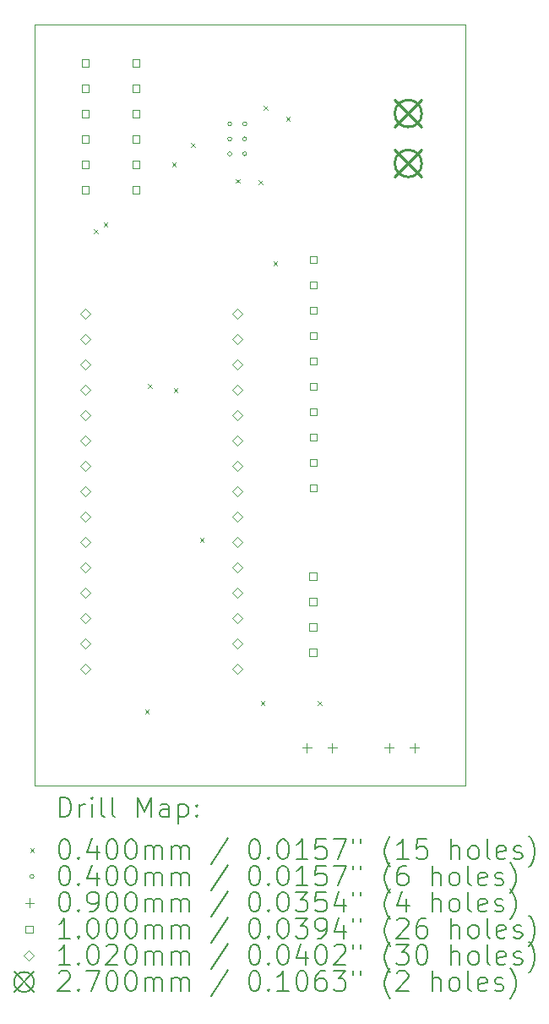
<source format=gbr>
%TF.GenerationSoftware,KiCad,Pcbnew,(6.0.7)*%
%TF.CreationDate,2023-08-18T16:07:33+09:00*%
%TF.ProjectId,graduate-project,67726164-7561-4746-952d-70726f6a6563,rev?*%
%TF.SameCoordinates,Original*%
%TF.FileFunction,Drillmap*%
%TF.FilePolarity,Positive*%
%FSLAX45Y45*%
G04 Gerber Fmt 4.5, Leading zero omitted, Abs format (unit mm)*
G04 Created by KiCad (PCBNEW (6.0.7)) date 2023-08-18 16:07:33*
%MOMM*%
%LPD*%
G01*
G04 APERTURE LIST*
%ADD10C,0.100000*%
%ADD11C,0.200000*%
%ADD12C,0.040000*%
%ADD13C,0.090000*%
%ADD14C,0.102000*%
%ADD15C,0.270000*%
G04 APERTURE END LIST*
D10*
X5080000Y-3810000D02*
X9398000Y-3810000D01*
X9398000Y-3810000D02*
X9398000Y-11430000D01*
X9398000Y-11430000D02*
X5080000Y-11430000D01*
X5080000Y-11430000D02*
X5080000Y-3810000D01*
D11*
D12*
X5677190Y-5860930D02*
X5717190Y-5900930D01*
X5717190Y-5860930D02*
X5677190Y-5900930D01*
X5771200Y-5788480D02*
X5811200Y-5828480D01*
X5811200Y-5788480D02*
X5771200Y-5828480D01*
X6187380Y-10667000D02*
X6227380Y-10707000D01*
X6227380Y-10667000D02*
X6187380Y-10707000D01*
X6219810Y-7409000D02*
X6259810Y-7449000D01*
X6259810Y-7409000D02*
X6219810Y-7449000D01*
X6457000Y-5187000D02*
X6497000Y-5227000D01*
X6497000Y-5187000D02*
X6457000Y-5227000D01*
X6474300Y-7451550D02*
X6514300Y-7491550D01*
X6514300Y-7451550D02*
X6474300Y-7491550D01*
X6647500Y-4996500D02*
X6687500Y-5036500D01*
X6687500Y-4996500D02*
X6647500Y-5036500D01*
X6736400Y-8946200D02*
X6776400Y-8986200D01*
X6776400Y-8946200D02*
X6736400Y-8986200D01*
X7096410Y-5355120D02*
X7136410Y-5395120D01*
X7136410Y-5355120D02*
X7096410Y-5395120D01*
X7324350Y-5364800D02*
X7364350Y-5404800D01*
X7364350Y-5364800D02*
X7324350Y-5404800D01*
X7346000Y-10584500D02*
X7386000Y-10624500D01*
X7386000Y-10584500D02*
X7346000Y-10624500D01*
X7378250Y-4625000D02*
X7418250Y-4665000D01*
X7418250Y-4625000D02*
X7378250Y-4665000D01*
X7473000Y-6177600D02*
X7513000Y-6217600D01*
X7513000Y-6177600D02*
X7473000Y-6217600D01*
X7600000Y-4729800D02*
X7640000Y-4769800D01*
X7640000Y-4729800D02*
X7600000Y-4769800D01*
X7917500Y-10584500D02*
X7957500Y-10624500D01*
X7957500Y-10584500D02*
X7917500Y-10624500D01*
X7057000Y-4803000D02*
G75*
G03*
X7057000Y-4803000I-20000J0D01*
G01*
X7057000Y-4953000D02*
G75*
G03*
X7057000Y-4953000I-20000J0D01*
G01*
X7057000Y-5103000D02*
G75*
G03*
X7057000Y-5103000I-20000J0D01*
G01*
X7207000Y-4803000D02*
G75*
G03*
X7207000Y-4803000I-20000J0D01*
G01*
X7207000Y-4953000D02*
G75*
G03*
X7207000Y-4953000I-20000J0D01*
G01*
X7207000Y-5103000D02*
G75*
G03*
X7207000Y-5103000I-20000J0D01*
G01*
D13*
X7810000Y-11004000D02*
X7810000Y-11094000D01*
X7765000Y-11049000D02*
X7855000Y-11049000D01*
X8064000Y-11004000D02*
X8064000Y-11094000D01*
X8019000Y-11049000D02*
X8109000Y-11049000D01*
X8635500Y-11004000D02*
X8635500Y-11094000D01*
X8590500Y-11049000D02*
X8680500Y-11049000D01*
X8889500Y-11004000D02*
X8889500Y-11094000D01*
X8844500Y-11049000D02*
X8934500Y-11049000D01*
D10*
X5625856Y-4228856D02*
X5625856Y-4158144D01*
X5555144Y-4158144D01*
X5555144Y-4228856D01*
X5625856Y-4228856D01*
X5625856Y-4482856D02*
X5625856Y-4412144D01*
X5555144Y-4412144D01*
X5555144Y-4482856D01*
X5625856Y-4482856D01*
X5625856Y-4736856D02*
X5625856Y-4666144D01*
X5555144Y-4666144D01*
X5555144Y-4736856D01*
X5625856Y-4736856D01*
X5625856Y-4990856D02*
X5625856Y-4920144D01*
X5555144Y-4920144D01*
X5555144Y-4990856D01*
X5625856Y-4990856D01*
X5625856Y-5244856D02*
X5625856Y-5174144D01*
X5555144Y-5174144D01*
X5555144Y-5244856D01*
X5625856Y-5244856D01*
X5625856Y-5498856D02*
X5625856Y-5428144D01*
X5555144Y-5428144D01*
X5555144Y-5498856D01*
X5625856Y-5498856D01*
X6133856Y-4228856D02*
X6133856Y-4158144D01*
X6063144Y-4158144D01*
X6063144Y-4228856D01*
X6133856Y-4228856D01*
X6133856Y-4482856D02*
X6133856Y-4412144D01*
X6063144Y-4412144D01*
X6063144Y-4482856D01*
X6133856Y-4482856D01*
X6133856Y-4736856D02*
X6133856Y-4666144D01*
X6063144Y-4666144D01*
X6063144Y-4736856D01*
X6133856Y-4736856D01*
X6133856Y-4990856D02*
X6133856Y-4920144D01*
X6063144Y-4920144D01*
X6063144Y-4990856D01*
X6133856Y-4990856D01*
X6133856Y-5244856D02*
X6133856Y-5174144D01*
X6063144Y-5174144D01*
X6063144Y-5244856D01*
X6133856Y-5244856D01*
X6133856Y-5498856D02*
X6133856Y-5428144D01*
X6063144Y-5428144D01*
X6063144Y-5498856D01*
X6133856Y-5498856D01*
X7906856Y-9368856D02*
X7906856Y-9298144D01*
X7836144Y-9298144D01*
X7836144Y-9368856D01*
X7906856Y-9368856D01*
X7906856Y-9622856D02*
X7906856Y-9552144D01*
X7836144Y-9552144D01*
X7836144Y-9622856D01*
X7906856Y-9622856D01*
X7906856Y-9876856D02*
X7906856Y-9806144D01*
X7836144Y-9806144D01*
X7836144Y-9876856D01*
X7906856Y-9876856D01*
X7906856Y-10130856D02*
X7906856Y-10060144D01*
X7836144Y-10060144D01*
X7836144Y-10130856D01*
X7906856Y-10130856D01*
X7909356Y-6197856D02*
X7909356Y-6127144D01*
X7838644Y-6127144D01*
X7838644Y-6197856D01*
X7909356Y-6197856D01*
X7909356Y-6451856D02*
X7909356Y-6381144D01*
X7838644Y-6381144D01*
X7838644Y-6451856D01*
X7909356Y-6451856D01*
X7909356Y-6705856D02*
X7909356Y-6635144D01*
X7838644Y-6635144D01*
X7838644Y-6705856D01*
X7909356Y-6705856D01*
X7909356Y-6959856D02*
X7909356Y-6889144D01*
X7838644Y-6889144D01*
X7838644Y-6959856D01*
X7909356Y-6959856D01*
X7909356Y-7213856D02*
X7909356Y-7143144D01*
X7838644Y-7143144D01*
X7838644Y-7213856D01*
X7909356Y-7213856D01*
X7909356Y-7467856D02*
X7909356Y-7397144D01*
X7838644Y-7397144D01*
X7838644Y-7467856D01*
X7909356Y-7467856D01*
X7909356Y-7721856D02*
X7909356Y-7651144D01*
X7838644Y-7651144D01*
X7838644Y-7721856D01*
X7909356Y-7721856D01*
X7909356Y-7975856D02*
X7909356Y-7905144D01*
X7838644Y-7905144D01*
X7838644Y-7975856D01*
X7909356Y-7975856D01*
X7909356Y-8229856D02*
X7909356Y-8159144D01*
X7838644Y-8159144D01*
X7838644Y-8229856D01*
X7909356Y-8229856D01*
X7909356Y-8483856D02*
X7909356Y-8413144D01*
X7838644Y-8413144D01*
X7838644Y-8483856D01*
X7909356Y-8483856D01*
D14*
X5588000Y-6752500D02*
X5639000Y-6701500D01*
X5588000Y-6650500D01*
X5537000Y-6701500D01*
X5588000Y-6752500D01*
X5588000Y-7006500D02*
X5639000Y-6955500D01*
X5588000Y-6904500D01*
X5537000Y-6955500D01*
X5588000Y-7006500D01*
X5588000Y-7260500D02*
X5639000Y-7209500D01*
X5588000Y-7158500D01*
X5537000Y-7209500D01*
X5588000Y-7260500D01*
X5588000Y-7514500D02*
X5639000Y-7463500D01*
X5588000Y-7412500D01*
X5537000Y-7463500D01*
X5588000Y-7514500D01*
X5588000Y-7768500D02*
X5639000Y-7717500D01*
X5588000Y-7666500D01*
X5537000Y-7717500D01*
X5588000Y-7768500D01*
X5588000Y-8022500D02*
X5639000Y-7971500D01*
X5588000Y-7920500D01*
X5537000Y-7971500D01*
X5588000Y-8022500D01*
X5588000Y-8276500D02*
X5639000Y-8225500D01*
X5588000Y-8174500D01*
X5537000Y-8225500D01*
X5588000Y-8276500D01*
X5588000Y-8530500D02*
X5639000Y-8479500D01*
X5588000Y-8428500D01*
X5537000Y-8479500D01*
X5588000Y-8530500D01*
X5588000Y-8784500D02*
X5639000Y-8733500D01*
X5588000Y-8682500D01*
X5537000Y-8733500D01*
X5588000Y-8784500D01*
X5588000Y-9038500D02*
X5639000Y-8987500D01*
X5588000Y-8936500D01*
X5537000Y-8987500D01*
X5588000Y-9038500D01*
X5588000Y-9292500D02*
X5639000Y-9241500D01*
X5588000Y-9190500D01*
X5537000Y-9241500D01*
X5588000Y-9292500D01*
X5588000Y-9546500D02*
X5639000Y-9495500D01*
X5588000Y-9444500D01*
X5537000Y-9495500D01*
X5588000Y-9546500D01*
X5588000Y-9800500D02*
X5639000Y-9749500D01*
X5588000Y-9698500D01*
X5537000Y-9749500D01*
X5588000Y-9800500D01*
X5588000Y-10054500D02*
X5639000Y-10003500D01*
X5588000Y-9952500D01*
X5537000Y-10003500D01*
X5588000Y-10054500D01*
X5588000Y-10308500D02*
X5639000Y-10257500D01*
X5588000Y-10206500D01*
X5537000Y-10257500D01*
X5588000Y-10308500D01*
X7112000Y-6752500D02*
X7163000Y-6701500D01*
X7112000Y-6650500D01*
X7061000Y-6701500D01*
X7112000Y-6752500D01*
X7112000Y-7006500D02*
X7163000Y-6955500D01*
X7112000Y-6904500D01*
X7061000Y-6955500D01*
X7112000Y-7006500D01*
X7112000Y-7260500D02*
X7163000Y-7209500D01*
X7112000Y-7158500D01*
X7061000Y-7209500D01*
X7112000Y-7260500D01*
X7112000Y-7514500D02*
X7163000Y-7463500D01*
X7112000Y-7412500D01*
X7061000Y-7463500D01*
X7112000Y-7514500D01*
X7112000Y-7768500D02*
X7163000Y-7717500D01*
X7112000Y-7666500D01*
X7061000Y-7717500D01*
X7112000Y-7768500D01*
X7112000Y-8022500D02*
X7163000Y-7971500D01*
X7112000Y-7920500D01*
X7061000Y-7971500D01*
X7112000Y-8022500D01*
X7112000Y-8276500D02*
X7163000Y-8225500D01*
X7112000Y-8174500D01*
X7061000Y-8225500D01*
X7112000Y-8276500D01*
X7112000Y-8530500D02*
X7163000Y-8479500D01*
X7112000Y-8428500D01*
X7061000Y-8479500D01*
X7112000Y-8530500D01*
X7112000Y-8784500D02*
X7163000Y-8733500D01*
X7112000Y-8682500D01*
X7061000Y-8733500D01*
X7112000Y-8784500D01*
X7112000Y-9038500D02*
X7163000Y-8987500D01*
X7112000Y-8936500D01*
X7061000Y-8987500D01*
X7112000Y-9038500D01*
X7112000Y-9292500D02*
X7163000Y-9241500D01*
X7112000Y-9190500D01*
X7061000Y-9241500D01*
X7112000Y-9292500D01*
X7112000Y-9546500D02*
X7163000Y-9495500D01*
X7112000Y-9444500D01*
X7061000Y-9495500D01*
X7112000Y-9546500D01*
X7112000Y-9800500D02*
X7163000Y-9749500D01*
X7112000Y-9698500D01*
X7061000Y-9749500D01*
X7112000Y-9800500D01*
X7112000Y-10054500D02*
X7163000Y-10003500D01*
X7112000Y-9952500D01*
X7061000Y-10003500D01*
X7112000Y-10054500D01*
X7112000Y-10308500D02*
X7163000Y-10257500D01*
X7112000Y-10206500D01*
X7061000Y-10257500D01*
X7112000Y-10308500D01*
D15*
X8691500Y-4564000D02*
X8961500Y-4834000D01*
X8961500Y-4564000D02*
X8691500Y-4834000D01*
X8961500Y-4699000D02*
G75*
G03*
X8961500Y-4699000I-135000J0D01*
G01*
X8691500Y-5064000D02*
X8961500Y-5334000D01*
X8961500Y-5064000D02*
X8691500Y-5334000D01*
X8961500Y-5199000D02*
G75*
G03*
X8961500Y-5199000I-135000J0D01*
G01*
D11*
X5332619Y-11745476D02*
X5332619Y-11545476D01*
X5380238Y-11545476D01*
X5408810Y-11555000D01*
X5427857Y-11574048D01*
X5437381Y-11593095D01*
X5446905Y-11631190D01*
X5446905Y-11659762D01*
X5437381Y-11697857D01*
X5427857Y-11716905D01*
X5408810Y-11735952D01*
X5380238Y-11745476D01*
X5332619Y-11745476D01*
X5532619Y-11745476D02*
X5532619Y-11612143D01*
X5532619Y-11650238D02*
X5542143Y-11631190D01*
X5551667Y-11621667D01*
X5570714Y-11612143D01*
X5589762Y-11612143D01*
X5656428Y-11745476D02*
X5656428Y-11612143D01*
X5656428Y-11545476D02*
X5646905Y-11555000D01*
X5656428Y-11564524D01*
X5665952Y-11555000D01*
X5656428Y-11545476D01*
X5656428Y-11564524D01*
X5780238Y-11745476D02*
X5761190Y-11735952D01*
X5751667Y-11716905D01*
X5751667Y-11545476D01*
X5885000Y-11745476D02*
X5865952Y-11735952D01*
X5856428Y-11716905D01*
X5856428Y-11545476D01*
X6113571Y-11745476D02*
X6113571Y-11545476D01*
X6180238Y-11688333D01*
X6246905Y-11545476D01*
X6246905Y-11745476D01*
X6427857Y-11745476D02*
X6427857Y-11640714D01*
X6418333Y-11621667D01*
X6399286Y-11612143D01*
X6361190Y-11612143D01*
X6342143Y-11621667D01*
X6427857Y-11735952D02*
X6408809Y-11745476D01*
X6361190Y-11745476D01*
X6342143Y-11735952D01*
X6332619Y-11716905D01*
X6332619Y-11697857D01*
X6342143Y-11678809D01*
X6361190Y-11669286D01*
X6408809Y-11669286D01*
X6427857Y-11659762D01*
X6523095Y-11612143D02*
X6523095Y-11812143D01*
X6523095Y-11621667D02*
X6542143Y-11612143D01*
X6580238Y-11612143D01*
X6599286Y-11621667D01*
X6608809Y-11631190D01*
X6618333Y-11650238D01*
X6618333Y-11707381D01*
X6608809Y-11726428D01*
X6599286Y-11735952D01*
X6580238Y-11745476D01*
X6542143Y-11745476D01*
X6523095Y-11735952D01*
X6704048Y-11726428D02*
X6713571Y-11735952D01*
X6704048Y-11745476D01*
X6694524Y-11735952D01*
X6704048Y-11726428D01*
X6704048Y-11745476D01*
X6704048Y-11621667D02*
X6713571Y-11631190D01*
X6704048Y-11640714D01*
X6694524Y-11631190D01*
X6704048Y-11621667D01*
X6704048Y-11640714D01*
D12*
X5035000Y-12055000D02*
X5075000Y-12095000D01*
X5075000Y-12055000D02*
X5035000Y-12095000D01*
D11*
X5370714Y-11965476D02*
X5389762Y-11965476D01*
X5408810Y-11975000D01*
X5418333Y-11984524D01*
X5427857Y-12003571D01*
X5437381Y-12041667D01*
X5437381Y-12089286D01*
X5427857Y-12127381D01*
X5418333Y-12146428D01*
X5408810Y-12155952D01*
X5389762Y-12165476D01*
X5370714Y-12165476D01*
X5351667Y-12155952D01*
X5342143Y-12146428D01*
X5332619Y-12127381D01*
X5323095Y-12089286D01*
X5323095Y-12041667D01*
X5332619Y-12003571D01*
X5342143Y-11984524D01*
X5351667Y-11975000D01*
X5370714Y-11965476D01*
X5523095Y-12146428D02*
X5532619Y-12155952D01*
X5523095Y-12165476D01*
X5513571Y-12155952D01*
X5523095Y-12146428D01*
X5523095Y-12165476D01*
X5704048Y-12032143D02*
X5704048Y-12165476D01*
X5656428Y-11955952D02*
X5608809Y-12098809D01*
X5732619Y-12098809D01*
X5846905Y-11965476D02*
X5865952Y-11965476D01*
X5885000Y-11975000D01*
X5894524Y-11984524D01*
X5904048Y-12003571D01*
X5913571Y-12041667D01*
X5913571Y-12089286D01*
X5904048Y-12127381D01*
X5894524Y-12146428D01*
X5885000Y-12155952D01*
X5865952Y-12165476D01*
X5846905Y-12165476D01*
X5827857Y-12155952D01*
X5818333Y-12146428D01*
X5808809Y-12127381D01*
X5799286Y-12089286D01*
X5799286Y-12041667D01*
X5808809Y-12003571D01*
X5818333Y-11984524D01*
X5827857Y-11975000D01*
X5846905Y-11965476D01*
X6037381Y-11965476D02*
X6056428Y-11965476D01*
X6075476Y-11975000D01*
X6085000Y-11984524D01*
X6094524Y-12003571D01*
X6104048Y-12041667D01*
X6104048Y-12089286D01*
X6094524Y-12127381D01*
X6085000Y-12146428D01*
X6075476Y-12155952D01*
X6056428Y-12165476D01*
X6037381Y-12165476D01*
X6018333Y-12155952D01*
X6008809Y-12146428D01*
X5999286Y-12127381D01*
X5989762Y-12089286D01*
X5989762Y-12041667D01*
X5999286Y-12003571D01*
X6008809Y-11984524D01*
X6018333Y-11975000D01*
X6037381Y-11965476D01*
X6189762Y-12165476D02*
X6189762Y-12032143D01*
X6189762Y-12051190D02*
X6199286Y-12041667D01*
X6218333Y-12032143D01*
X6246905Y-12032143D01*
X6265952Y-12041667D01*
X6275476Y-12060714D01*
X6275476Y-12165476D01*
X6275476Y-12060714D02*
X6285000Y-12041667D01*
X6304048Y-12032143D01*
X6332619Y-12032143D01*
X6351667Y-12041667D01*
X6361190Y-12060714D01*
X6361190Y-12165476D01*
X6456428Y-12165476D02*
X6456428Y-12032143D01*
X6456428Y-12051190D02*
X6465952Y-12041667D01*
X6485000Y-12032143D01*
X6513571Y-12032143D01*
X6532619Y-12041667D01*
X6542143Y-12060714D01*
X6542143Y-12165476D01*
X6542143Y-12060714D02*
X6551667Y-12041667D01*
X6570714Y-12032143D01*
X6599286Y-12032143D01*
X6618333Y-12041667D01*
X6627857Y-12060714D01*
X6627857Y-12165476D01*
X7018333Y-11955952D02*
X6846905Y-12213095D01*
X7275476Y-11965476D02*
X7294524Y-11965476D01*
X7313571Y-11975000D01*
X7323095Y-11984524D01*
X7332619Y-12003571D01*
X7342143Y-12041667D01*
X7342143Y-12089286D01*
X7332619Y-12127381D01*
X7323095Y-12146428D01*
X7313571Y-12155952D01*
X7294524Y-12165476D01*
X7275476Y-12165476D01*
X7256428Y-12155952D01*
X7246905Y-12146428D01*
X7237381Y-12127381D01*
X7227857Y-12089286D01*
X7227857Y-12041667D01*
X7237381Y-12003571D01*
X7246905Y-11984524D01*
X7256428Y-11975000D01*
X7275476Y-11965476D01*
X7427857Y-12146428D02*
X7437381Y-12155952D01*
X7427857Y-12165476D01*
X7418333Y-12155952D01*
X7427857Y-12146428D01*
X7427857Y-12165476D01*
X7561190Y-11965476D02*
X7580238Y-11965476D01*
X7599286Y-11975000D01*
X7608809Y-11984524D01*
X7618333Y-12003571D01*
X7627857Y-12041667D01*
X7627857Y-12089286D01*
X7618333Y-12127381D01*
X7608809Y-12146428D01*
X7599286Y-12155952D01*
X7580238Y-12165476D01*
X7561190Y-12165476D01*
X7542143Y-12155952D01*
X7532619Y-12146428D01*
X7523095Y-12127381D01*
X7513571Y-12089286D01*
X7513571Y-12041667D01*
X7523095Y-12003571D01*
X7532619Y-11984524D01*
X7542143Y-11975000D01*
X7561190Y-11965476D01*
X7818333Y-12165476D02*
X7704048Y-12165476D01*
X7761190Y-12165476D02*
X7761190Y-11965476D01*
X7742143Y-11994048D01*
X7723095Y-12013095D01*
X7704048Y-12022619D01*
X7999286Y-11965476D02*
X7904048Y-11965476D01*
X7894524Y-12060714D01*
X7904048Y-12051190D01*
X7923095Y-12041667D01*
X7970714Y-12041667D01*
X7989762Y-12051190D01*
X7999286Y-12060714D01*
X8008809Y-12079762D01*
X8008809Y-12127381D01*
X7999286Y-12146428D01*
X7989762Y-12155952D01*
X7970714Y-12165476D01*
X7923095Y-12165476D01*
X7904048Y-12155952D01*
X7894524Y-12146428D01*
X8075476Y-11965476D02*
X8208809Y-11965476D01*
X8123095Y-12165476D01*
X8275476Y-11965476D02*
X8275476Y-12003571D01*
X8351667Y-11965476D02*
X8351667Y-12003571D01*
X8646905Y-12241667D02*
X8637381Y-12232143D01*
X8618333Y-12203571D01*
X8608810Y-12184524D01*
X8599286Y-12155952D01*
X8589762Y-12108333D01*
X8589762Y-12070238D01*
X8599286Y-12022619D01*
X8608810Y-11994048D01*
X8618333Y-11975000D01*
X8637381Y-11946428D01*
X8646905Y-11936905D01*
X8827857Y-12165476D02*
X8713571Y-12165476D01*
X8770714Y-12165476D02*
X8770714Y-11965476D01*
X8751667Y-11994048D01*
X8732619Y-12013095D01*
X8713571Y-12022619D01*
X9008810Y-11965476D02*
X8913571Y-11965476D01*
X8904048Y-12060714D01*
X8913571Y-12051190D01*
X8932619Y-12041667D01*
X8980238Y-12041667D01*
X8999286Y-12051190D01*
X9008810Y-12060714D01*
X9018333Y-12079762D01*
X9018333Y-12127381D01*
X9008810Y-12146428D01*
X8999286Y-12155952D01*
X8980238Y-12165476D01*
X8932619Y-12165476D01*
X8913571Y-12155952D01*
X8904048Y-12146428D01*
X9256429Y-12165476D02*
X9256429Y-11965476D01*
X9342143Y-12165476D02*
X9342143Y-12060714D01*
X9332619Y-12041667D01*
X9313571Y-12032143D01*
X9285000Y-12032143D01*
X9265952Y-12041667D01*
X9256429Y-12051190D01*
X9465952Y-12165476D02*
X9446905Y-12155952D01*
X9437381Y-12146428D01*
X9427857Y-12127381D01*
X9427857Y-12070238D01*
X9437381Y-12051190D01*
X9446905Y-12041667D01*
X9465952Y-12032143D01*
X9494524Y-12032143D01*
X9513571Y-12041667D01*
X9523095Y-12051190D01*
X9532619Y-12070238D01*
X9532619Y-12127381D01*
X9523095Y-12146428D01*
X9513571Y-12155952D01*
X9494524Y-12165476D01*
X9465952Y-12165476D01*
X9646905Y-12165476D02*
X9627857Y-12155952D01*
X9618333Y-12136905D01*
X9618333Y-11965476D01*
X9799286Y-12155952D02*
X9780238Y-12165476D01*
X9742143Y-12165476D01*
X9723095Y-12155952D01*
X9713571Y-12136905D01*
X9713571Y-12060714D01*
X9723095Y-12041667D01*
X9742143Y-12032143D01*
X9780238Y-12032143D01*
X9799286Y-12041667D01*
X9808810Y-12060714D01*
X9808810Y-12079762D01*
X9713571Y-12098809D01*
X9885000Y-12155952D02*
X9904048Y-12165476D01*
X9942143Y-12165476D01*
X9961190Y-12155952D01*
X9970714Y-12136905D01*
X9970714Y-12127381D01*
X9961190Y-12108333D01*
X9942143Y-12098809D01*
X9913571Y-12098809D01*
X9894524Y-12089286D01*
X9885000Y-12070238D01*
X9885000Y-12060714D01*
X9894524Y-12041667D01*
X9913571Y-12032143D01*
X9942143Y-12032143D01*
X9961190Y-12041667D01*
X10037381Y-12241667D02*
X10046905Y-12232143D01*
X10065952Y-12203571D01*
X10075476Y-12184524D01*
X10085000Y-12155952D01*
X10094524Y-12108333D01*
X10094524Y-12070238D01*
X10085000Y-12022619D01*
X10075476Y-11994048D01*
X10065952Y-11975000D01*
X10046905Y-11946428D01*
X10037381Y-11936905D01*
D12*
X5075000Y-12339000D02*
G75*
G03*
X5075000Y-12339000I-20000J0D01*
G01*
D11*
X5370714Y-12229476D02*
X5389762Y-12229476D01*
X5408810Y-12239000D01*
X5418333Y-12248524D01*
X5427857Y-12267571D01*
X5437381Y-12305667D01*
X5437381Y-12353286D01*
X5427857Y-12391381D01*
X5418333Y-12410428D01*
X5408810Y-12419952D01*
X5389762Y-12429476D01*
X5370714Y-12429476D01*
X5351667Y-12419952D01*
X5342143Y-12410428D01*
X5332619Y-12391381D01*
X5323095Y-12353286D01*
X5323095Y-12305667D01*
X5332619Y-12267571D01*
X5342143Y-12248524D01*
X5351667Y-12239000D01*
X5370714Y-12229476D01*
X5523095Y-12410428D02*
X5532619Y-12419952D01*
X5523095Y-12429476D01*
X5513571Y-12419952D01*
X5523095Y-12410428D01*
X5523095Y-12429476D01*
X5704048Y-12296143D02*
X5704048Y-12429476D01*
X5656428Y-12219952D02*
X5608809Y-12362809D01*
X5732619Y-12362809D01*
X5846905Y-12229476D02*
X5865952Y-12229476D01*
X5885000Y-12239000D01*
X5894524Y-12248524D01*
X5904048Y-12267571D01*
X5913571Y-12305667D01*
X5913571Y-12353286D01*
X5904048Y-12391381D01*
X5894524Y-12410428D01*
X5885000Y-12419952D01*
X5865952Y-12429476D01*
X5846905Y-12429476D01*
X5827857Y-12419952D01*
X5818333Y-12410428D01*
X5808809Y-12391381D01*
X5799286Y-12353286D01*
X5799286Y-12305667D01*
X5808809Y-12267571D01*
X5818333Y-12248524D01*
X5827857Y-12239000D01*
X5846905Y-12229476D01*
X6037381Y-12229476D02*
X6056428Y-12229476D01*
X6075476Y-12239000D01*
X6085000Y-12248524D01*
X6094524Y-12267571D01*
X6104048Y-12305667D01*
X6104048Y-12353286D01*
X6094524Y-12391381D01*
X6085000Y-12410428D01*
X6075476Y-12419952D01*
X6056428Y-12429476D01*
X6037381Y-12429476D01*
X6018333Y-12419952D01*
X6008809Y-12410428D01*
X5999286Y-12391381D01*
X5989762Y-12353286D01*
X5989762Y-12305667D01*
X5999286Y-12267571D01*
X6008809Y-12248524D01*
X6018333Y-12239000D01*
X6037381Y-12229476D01*
X6189762Y-12429476D02*
X6189762Y-12296143D01*
X6189762Y-12315190D02*
X6199286Y-12305667D01*
X6218333Y-12296143D01*
X6246905Y-12296143D01*
X6265952Y-12305667D01*
X6275476Y-12324714D01*
X6275476Y-12429476D01*
X6275476Y-12324714D02*
X6285000Y-12305667D01*
X6304048Y-12296143D01*
X6332619Y-12296143D01*
X6351667Y-12305667D01*
X6361190Y-12324714D01*
X6361190Y-12429476D01*
X6456428Y-12429476D02*
X6456428Y-12296143D01*
X6456428Y-12315190D02*
X6465952Y-12305667D01*
X6485000Y-12296143D01*
X6513571Y-12296143D01*
X6532619Y-12305667D01*
X6542143Y-12324714D01*
X6542143Y-12429476D01*
X6542143Y-12324714D02*
X6551667Y-12305667D01*
X6570714Y-12296143D01*
X6599286Y-12296143D01*
X6618333Y-12305667D01*
X6627857Y-12324714D01*
X6627857Y-12429476D01*
X7018333Y-12219952D02*
X6846905Y-12477095D01*
X7275476Y-12229476D02*
X7294524Y-12229476D01*
X7313571Y-12239000D01*
X7323095Y-12248524D01*
X7332619Y-12267571D01*
X7342143Y-12305667D01*
X7342143Y-12353286D01*
X7332619Y-12391381D01*
X7323095Y-12410428D01*
X7313571Y-12419952D01*
X7294524Y-12429476D01*
X7275476Y-12429476D01*
X7256428Y-12419952D01*
X7246905Y-12410428D01*
X7237381Y-12391381D01*
X7227857Y-12353286D01*
X7227857Y-12305667D01*
X7237381Y-12267571D01*
X7246905Y-12248524D01*
X7256428Y-12239000D01*
X7275476Y-12229476D01*
X7427857Y-12410428D02*
X7437381Y-12419952D01*
X7427857Y-12429476D01*
X7418333Y-12419952D01*
X7427857Y-12410428D01*
X7427857Y-12429476D01*
X7561190Y-12229476D02*
X7580238Y-12229476D01*
X7599286Y-12239000D01*
X7608809Y-12248524D01*
X7618333Y-12267571D01*
X7627857Y-12305667D01*
X7627857Y-12353286D01*
X7618333Y-12391381D01*
X7608809Y-12410428D01*
X7599286Y-12419952D01*
X7580238Y-12429476D01*
X7561190Y-12429476D01*
X7542143Y-12419952D01*
X7532619Y-12410428D01*
X7523095Y-12391381D01*
X7513571Y-12353286D01*
X7513571Y-12305667D01*
X7523095Y-12267571D01*
X7532619Y-12248524D01*
X7542143Y-12239000D01*
X7561190Y-12229476D01*
X7818333Y-12429476D02*
X7704048Y-12429476D01*
X7761190Y-12429476D02*
X7761190Y-12229476D01*
X7742143Y-12258048D01*
X7723095Y-12277095D01*
X7704048Y-12286619D01*
X7999286Y-12229476D02*
X7904048Y-12229476D01*
X7894524Y-12324714D01*
X7904048Y-12315190D01*
X7923095Y-12305667D01*
X7970714Y-12305667D01*
X7989762Y-12315190D01*
X7999286Y-12324714D01*
X8008809Y-12343762D01*
X8008809Y-12391381D01*
X7999286Y-12410428D01*
X7989762Y-12419952D01*
X7970714Y-12429476D01*
X7923095Y-12429476D01*
X7904048Y-12419952D01*
X7894524Y-12410428D01*
X8075476Y-12229476D02*
X8208809Y-12229476D01*
X8123095Y-12429476D01*
X8275476Y-12229476D02*
X8275476Y-12267571D01*
X8351667Y-12229476D02*
X8351667Y-12267571D01*
X8646905Y-12505667D02*
X8637381Y-12496143D01*
X8618333Y-12467571D01*
X8608810Y-12448524D01*
X8599286Y-12419952D01*
X8589762Y-12372333D01*
X8589762Y-12334238D01*
X8599286Y-12286619D01*
X8608810Y-12258048D01*
X8618333Y-12239000D01*
X8637381Y-12210428D01*
X8646905Y-12200905D01*
X8808810Y-12229476D02*
X8770714Y-12229476D01*
X8751667Y-12239000D01*
X8742143Y-12248524D01*
X8723095Y-12277095D01*
X8713571Y-12315190D01*
X8713571Y-12391381D01*
X8723095Y-12410428D01*
X8732619Y-12419952D01*
X8751667Y-12429476D01*
X8789762Y-12429476D01*
X8808810Y-12419952D01*
X8818333Y-12410428D01*
X8827857Y-12391381D01*
X8827857Y-12343762D01*
X8818333Y-12324714D01*
X8808810Y-12315190D01*
X8789762Y-12305667D01*
X8751667Y-12305667D01*
X8732619Y-12315190D01*
X8723095Y-12324714D01*
X8713571Y-12343762D01*
X9065952Y-12429476D02*
X9065952Y-12229476D01*
X9151667Y-12429476D02*
X9151667Y-12324714D01*
X9142143Y-12305667D01*
X9123095Y-12296143D01*
X9094524Y-12296143D01*
X9075476Y-12305667D01*
X9065952Y-12315190D01*
X9275476Y-12429476D02*
X9256429Y-12419952D01*
X9246905Y-12410428D01*
X9237381Y-12391381D01*
X9237381Y-12334238D01*
X9246905Y-12315190D01*
X9256429Y-12305667D01*
X9275476Y-12296143D01*
X9304048Y-12296143D01*
X9323095Y-12305667D01*
X9332619Y-12315190D01*
X9342143Y-12334238D01*
X9342143Y-12391381D01*
X9332619Y-12410428D01*
X9323095Y-12419952D01*
X9304048Y-12429476D01*
X9275476Y-12429476D01*
X9456429Y-12429476D02*
X9437381Y-12419952D01*
X9427857Y-12400905D01*
X9427857Y-12229476D01*
X9608810Y-12419952D02*
X9589762Y-12429476D01*
X9551667Y-12429476D01*
X9532619Y-12419952D01*
X9523095Y-12400905D01*
X9523095Y-12324714D01*
X9532619Y-12305667D01*
X9551667Y-12296143D01*
X9589762Y-12296143D01*
X9608810Y-12305667D01*
X9618333Y-12324714D01*
X9618333Y-12343762D01*
X9523095Y-12362809D01*
X9694524Y-12419952D02*
X9713571Y-12429476D01*
X9751667Y-12429476D01*
X9770714Y-12419952D01*
X9780238Y-12400905D01*
X9780238Y-12391381D01*
X9770714Y-12372333D01*
X9751667Y-12362809D01*
X9723095Y-12362809D01*
X9704048Y-12353286D01*
X9694524Y-12334238D01*
X9694524Y-12324714D01*
X9704048Y-12305667D01*
X9723095Y-12296143D01*
X9751667Y-12296143D01*
X9770714Y-12305667D01*
X9846905Y-12505667D02*
X9856429Y-12496143D01*
X9875476Y-12467571D01*
X9885000Y-12448524D01*
X9894524Y-12419952D01*
X9904048Y-12372333D01*
X9904048Y-12334238D01*
X9894524Y-12286619D01*
X9885000Y-12258048D01*
X9875476Y-12239000D01*
X9856429Y-12210428D01*
X9846905Y-12200905D01*
D13*
X5030000Y-12558000D02*
X5030000Y-12648000D01*
X4985000Y-12603000D02*
X5075000Y-12603000D01*
D11*
X5370714Y-12493476D02*
X5389762Y-12493476D01*
X5408810Y-12503000D01*
X5418333Y-12512524D01*
X5427857Y-12531571D01*
X5437381Y-12569667D01*
X5437381Y-12617286D01*
X5427857Y-12655381D01*
X5418333Y-12674428D01*
X5408810Y-12683952D01*
X5389762Y-12693476D01*
X5370714Y-12693476D01*
X5351667Y-12683952D01*
X5342143Y-12674428D01*
X5332619Y-12655381D01*
X5323095Y-12617286D01*
X5323095Y-12569667D01*
X5332619Y-12531571D01*
X5342143Y-12512524D01*
X5351667Y-12503000D01*
X5370714Y-12493476D01*
X5523095Y-12674428D02*
X5532619Y-12683952D01*
X5523095Y-12693476D01*
X5513571Y-12683952D01*
X5523095Y-12674428D01*
X5523095Y-12693476D01*
X5627857Y-12693476D02*
X5665952Y-12693476D01*
X5685000Y-12683952D01*
X5694524Y-12674428D01*
X5713571Y-12645857D01*
X5723095Y-12607762D01*
X5723095Y-12531571D01*
X5713571Y-12512524D01*
X5704048Y-12503000D01*
X5685000Y-12493476D01*
X5646905Y-12493476D01*
X5627857Y-12503000D01*
X5618333Y-12512524D01*
X5608809Y-12531571D01*
X5608809Y-12579190D01*
X5618333Y-12598238D01*
X5627857Y-12607762D01*
X5646905Y-12617286D01*
X5685000Y-12617286D01*
X5704048Y-12607762D01*
X5713571Y-12598238D01*
X5723095Y-12579190D01*
X5846905Y-12493476D02*
X5865952Y-12493476D01*
X5885000Y-12503000D01*
X5894524Y-12512524D01*
X5904048Y-12531571D01*
X5913571Y-12569667D01*
X5913571Y-12617286D01*
X5904048Y-12655381D01*
X5894524Y-12674428D01*
X5885000Y-12683952D01*
X5865952Y-12693476D01*
X5846905Y-12693476D01*
X5827857Y-12683952D01*
X5818333Y-12674428D01*
X5808809Y-12655381D01*
X5799286Y-12617286D01*
X5799286Y-12569667D01*
X5808809Y-12531571D01*
X5818333Y-12512524D01*
X5827857Y-12503000D01*
X5846905Y-12493476D01*
X6037381Y-12493476D02*
X6056428Y-12493476D01*
X6075476Y-12503000D01*
X6085000Y-12512524D01*
X6094524Y-12531571D01*
X6104048Y-12569667D01*
X6104048Y-12617286D01*
X6094524Y-12655381D01*
X6085000Y-12674428D01*
X6075476Y-12683952D01*
X6056428Y-12693476D01*
X6037381Y-12693476D01*
X6018333Y-12683952D01*
X6008809Y-12674428D01*
X5999286Y-12655381D01*
X5989762Y-12617286D01*
X5989762Y-12569667D01*
X5999286Y-12531571D01*
X6008809Y-12512524D01*
X6018333Y-12503000D01*
X6037381Y-12493476D01*
X6189762Y-12693476D02*
X6189762Y-12560143D01*
X6189762Y-12579190D02*
X6199286Y-12569667D01*
X6218333Y-12560143D01*
X6246905Y-12560143D01*
X6265952Y-12569667D01*
X6275476Y-12588714D01*
X6275476Y-12693476D01*
X6275476Y-12588714D02*
X6285000Y-12569667D01*
X6304048Y-12560143D01*
X6332619Y-12560143D01*
X6351667Y-12569667D01*
X6361190Y-12588714D01*
X6361190Y-12693476D01*
X6456428Y-12693476D02*
X6456428Y-12560143D01*
X6456428Y-12579190D02*
X6465952Y-12569667D01*
X6485000Y-12560143D01*
X6513571Y-12560143D01*
X6532619Y-12569667D01*
X6542143Y-12588714D01*
X6542143Y-12693476D01*
X6542143Y-12588714D02*
X6551667Y-12569667D01*
X6570714Y-12560143D01*
X6599286Y-12560143D01*
X6618333Y-12569667D01*
X6627857Y-12588714D01*
X6627857Y-12693476D01*
X7018333Y-12483952D02*
X6846905Y-12741095D01*
X7275476Y-12493476D02*
X7294524Y-12493476D01*
X7313571Y-12503000D01*
X7323095Y-12512524D01*
X7332619Y-12531571D01*
X7342143Y-12569667D01*
X7342143Y-12617286D01*
X7332619Y-12655381D01*
X7323095Y-12674428D01*
X7313571Y-12683952D01*
X7294524Y-12693476D01*
X7275476Y-12693476D01*
X7256428Y-12683952D01*
X7246905Y-12674428D01*
X7237381Y-12655381D01*
X7227857Y-12617286D01*
X7227857Y-12569667D01*
X7237381Y-12531571D01*
X7246905Y-12512524D01*
X7256428Y-12503000D01*
X7275476Y-12493476D01*
X7427857Y-12674428D02*
X7437381Y-12683952D01*
X7427857Y-12693476D01*
X7418333Y-12683952D01*
X7427857Y-12674428D01*
X7427857Y-12693476D01*
X7561190Y-12493476D02*
X7580238Y-12493476D01*
X7599286Y-12503000D01*
X7608809Y-12512524D01*
X7618333Y-12531571D01*
X7627857Y-12569667D01*
X7627857Y-12617286D01*
X7618333Y-12655381D01*
X7608809Y-12674428D01*
X7599286Y-12683952D01*
X7580238Y-12693476D01*
X7561190Y-12693476D01*
X7542143Y-12683952D01*
X7532619Y-12674428D01*
X7523095Y-12655381D01*
X7513571Y-12617286D01*
X7513571Y-12569667D01*
X7523095Y-12531571D01*
X7532619Y-12512524D01*
X7542143Y-12503000D01*
X7561190Y-12493476D01*
X7694524Y-12493476D02*
X7818333Y-12493476D01*
X7751667Y-12569667D01*
X7780238Y-12569667D01*
X7799286Y-12579190D01*
X7808809Y-12588714D01*
X7818333Y-12607762D01*
X7818333Y-12655381D01*
X7808809Y-12674428D01*
X7799286Y-12683952D01*
X7780238Y-12693476D01*
X7723095Y-12693476D01*
X7704048Y-12683952D01*
X7694524Y-12674428D01*
X7999286Y-12493476D02*
X7904048Y-12493476D01*
X7894524Y-12588714D01*
X7904048Y-12579190D01*
X7923095Y-12569667D01*
X7970714Y-12569667D01*
X7989762Y-12579190D01*
X7999286Y-12588714D01*
X8008809Y-12607762D01*
X8008809Y-12655381D01*
X7999286Y-12674428D01*
X7989762Y-12683952D01*
X7970714Y-12693476D01*
X7923095Y-12693476D01*
X7904048Y-12683952D01*
X7894524Y-12674428D01*
X8180238Y-12560143D02*
X8180238Y-12693476D01*
X8132619Y-12483952D02*
X8085000Y-12626809D01*
X8208809Y-12626809D01*
X8275476Y-12493476D02*
X8275476Y-12531571D01*
X8351667Y-12493476D02*
X8351667Y-12531571D01*
X8646905Y-12769667D02*
X8637381Y-12760143D01*
X8618333Y-12731571D01*
X8608810Y-12712524D01*
X8599286Y-12683952D01*
X8589762Y-12636333D01*
X8589762Y-12598238D01*
X8599286Y-12550619D01*
X8608810Y-12522048D01*
X8618333Y-12503000D01*
X8637381Y-12474428D01*
X8646905Y-12464905D01*
X8808810Y-12560143D02*
X8808810Y-12693476D01*
X8761190Y-12483952D02*
X8713571Y-12626809D01*
X8837381Y-12626809D01*
X9065952Y-12693476D02*
X9065952Y-12493476D01*
X9151667Y-12693476D02*
X9151667Y-12588714D01*
X9142143Y-12569667D01*
X9123095Y-12560143D01*
X9094524Y-12560143D01*
X9075476Y-12569667D01*
X9065952Y-12579190D01*
X9275476Y-12693476D02*
X9256429Y-12683952D01*
X9246905Y-12674428D01*
X9237381Y-12655381D01*
X9237381Y-12598238D01*
X9246905Y-12579190D01*
X9256429Y-12569667D01*
X9275476Y-12560143D01*
X9304048Y-12560143D01*
X9323095Y-12569667D01*
X9332619Y-12579190D01*
X9342143Y-12598238D01*
X9342143Y-12655381D01*
X9332619Y-12674428D01*
X9323095Y-12683952D01*
X9304048Y-12693476D01*
X9275476Y-12693476D01*
X9456429Y-12693476D02*
X9437381Y-12683952D01*
X9427857Y-12664905D01*
X9427857Y-12493476D01*
X9608810Y-12683952D02*
X9589762Y-12693476D01*
X9551667Y-12693476D01*
X9532619Y-12683952D01*
X9523095Y-12664905D01*
X9523095Y-12588714D01*
X9532619Y-12569667D01*
X9551667Y-12560143D01*
X9589762Y-12560143D01*
X9608810Y-12569667D01*
X9618333Y-12588714D01*
X9618333Y-12607762D01*
X9523095Y-12626809D01*
X9694524Y-12683952D02*
X9713571Y-12693476D01*
X9751667Y-12693476D01*
X9770714Y-12683952D01*
X9780238Y-12664905D01*
X9780238Y-12655381D01*
X9770714Y-12636333D01*
X9751667Y-12626809D01*
X9723095Y-12626809D01*
X9704048Y-12617286D01*
X9694524Y-12598238D01*
X9694524Y-12588714D01*
X9704048Y-12569667D01*
X9723095Y-12560143D01*
X9751667Y-12560143D01*
X9770714Y-12569667D01*
X9846905Y-12769667D02*
X9856429Y-12760143D01*
X9875476Y-12731571D01*
X9885000Y-12712524D01*
X9894524Y-12683952D01*
X9904048Y-12636333D01*
X9904048Y-12598238D01*
X9894524Y-12550619D01*
X9885000Y-12522048D01*
X9875476Y-12503000D01*
X9856429Y-12474428D01*
X9846905Y-12464905D01*
D10*
X5060356Y-12902356D02*
X5060356Y-12831644D01*
X4989644Y-12831644D01*
X4989644Y-12902356D01*
X5060356Y-12902356D01*
D11*
X5437381Y-12957476D02*
X5323095Y-12957476D01*
X5380238Y-12957476D02*
X5380238Y-12757476D01*
X5361190Y-12786048D01*
X5342143Y-12805095D01*
X5323095Y-12814619D01*
X5523095Y-12938428D02*
X5532619Y-12947952D01*
X5523095Y-12957476D01*
X5513571Y-12947952D01*
X5523095Y-12938428D01*
X5523095Y-12957476D01*
X5656428Y-12757476D02*
X5675476Y-12757476D01*
X5694524Y-12767000D01*
X5704048Y-12776524D01*
X5713571Y-12795571D01*
X5723095Y-12833667D01*
X5723095Y-12881286D01*
X5713571Y-12919381D01*
X5704048Y-12938428D01*
X5694524Y-12947952D01*
X5675476Y-12957476D01*
X5656428Y-12957476D01*
X5637381Y-12947952D01*
X5627857Y-12938428D01*
X5618333Y-12919381D01*
X5608809Y-12881286D01*
X5608809Y-12833667D01*
X5618333Y-12795571D01*
X5627857Y-12776524D01*
X5637381Y-12767000D01*
X5656428Y-12757476D01*
X5846905Y-12757476D02*
X5865952Y-12757476D01*
X5885000Y-12767000D01*
X5894524Y-12776524D01*
X5904048Y-12795571D01*
X5913571Y-12833667D01*
X5913571Y-12881286D01*
X5904048Y-12919381D01*
X5894524Y-12938428D01*
X5885000Y-12947952D01*
X5865952Y-12957476D01*
X5846905Y-12957476D01*
X5827857Y-12947952D01*
X5818333Y-12938428D01*
X5808809Y-12919381D01*
X5799286Y-12881286D01*
X5799286Y-12833667D01*
X5808809Y-12795571D01*
X5818333Y-12776524D01*
X5827857Y-12767000D01*
X5846905Y-12757476D01*
X6037381Y-12757476D02*
X6056428Y-12757476D01*
X6075476Y-12767000D01*
X6085000Y-12776524D01*
X6094524Y-12795571D01*
X6104048Y-12833667D01*
X6104048Y-12881286D01*
X6094524Y-12919381D01*
X6085000Y-12938428D01*
X6075476Y-12947952D01*
X6056428Y-12957476D01*
X6037381Y-12957476D01*
X6018333Y-12947952D01*
X6008809Y-12938428D01*
X5999286Y-12919381D01*
X5989762Y-12881286D01*
X5989762Y-12833667D01*
X5999286Y-12795571D01*
X6008809Y-12776524D01*
X6018333Y-12767000D01*
X6037381Y-12757476D01*
X6189762Y-12957476D02*
X6189762Y-12824143D01*
X6189762Y-12843190D02*
X6199286Y-12833667D01*
X6218333Y-12824143D01*
X6246905Y-12824143D01*
X6265952Y-12833667D01*
X6275476Y-12852714D01*
X6275476Y-12957476D01*
X6275476Y-12852714D02*
X6285000Y-12833667D01*
X6304048Y-12824143D01*
X6332619Y-12824143D01*
X6351667Y-12833667D01*
X6361190Y-12852714D01*
X6361190Y-12957476D01*
X6456428Y-12957476D02*
X6456428Y-12824143D01*
X6456428Y-12843190D02*
X6465952Y-12833667D01*
X6485000Y-12824143D01*
X6513571Y-12824143D01*
X6532619Y-12833667D01*
X6542143Y-12852714D01*
X6542143Y-12957476D01*
X6542143Y-12852714D02*
X6551667Y-12833667D01*
X6570714Y-12824143D01*
X6599286Y-12824143D01*
X6618333Y-12833667D01*
X6627857Y-12852714D01*
X6627857Y-12957476D01*
X7018333Y-12747952D02*
X6846905Y-13005095D01*
X7275476Y-12757476D02*
X7294524Y-12757476D01*
X7313571Y-12767000D01*
X7323095Y-12776524D01*
X7332619Y-12795571D01*
X7342143Y-12833667D01*
X7342143Y-12881286D01*
X7332619Y-12919381D01*
X7323095Y-12938428D01*
X7313571Y-12947952D01*
X7294524Y-12957476D01*
X7275476Y-12957476D01*
X7256428Y-12947952D01*
X7246905Y-12938428D01*
X7237381Y-12919381D01*
X7227857Y-12881286D01*
X7227857Y-12833667D01*
X7237381Y-12795571D01*
X7246905Y-12776524D01*
X7256428Y-12767000D01*
X7275476Y-12757476D01*
X7427857Y-12938428D02*
X7437381Y-12947952D01*
X7427857Y-12957476D01*
X7418333Y-12947952D01*
X7427857Y-12938428D01*
X7427857Y-12957476D01*
X7561190Y-12757476D02*
X7580238Y-12757476D01*
X7599286Y-12767000D01*
X7608809Y-12776524D01*
X7618333Y-12795571D01*
X7627857Y-12833667D01*
X7627857Y-12881286D01*
X7618333Y-12919381D01*
X7608809Y-12938428D01*
X7599286Y-12947952D01*
X7580238Y-12957476D01*
X7561190Y-12957476D01*
X7542143Y-12947952D01*
X7532619Y-12938428D01*
X7523095Y-12919381D01*
X7513571Y-12881286D01*
X7513571Y-12833667D01*
X7523095Y-12795571D01*
X7532619Y-12776524D01*
X7542143Y-12767000D01*
X7561190Y-12757476D01*
X7694524Y-12757476D02*
X7818333Y-12757476D01*
X7751667Y-12833667D01*
X7780238Y-12833667D01*
X7799286Y-12843190D01*
X7808809Y-12852714D01*
X7818333Y-12871762D01*
X7818333Y-12919381D01*
X7808809Y-12938428D01*
X7799286Y-12947952D01*
X7780238Y-12957476D01*
X7723095Y-12957476D01*
X7704048Y-12947952D01*
X7694524Y-12938428D01*
X7913571Y-12957476D02*
X7951667Y-12957476D01*
X7970714Y-12947952D01*
X7980238Y-12938428D01*
X7999286Y-12909857D01*
X8008809Y-12871762D01*
X8008809Y-12795571D01*
X7999286Y-12776524D01*
X7989762Y-12767000D01*
X7970714Y-12757476D01*
X7932619Y-12757476D01*
X7913571Y-12767000D01*
X7904048Y-12776524D01*
X7894524Y-12795571D01*
X7894524Y-12843190D01*
X7904048Y-12862238D01*
X7913571Y-12871762D01*
X7932619Y-12881286D01*
X7970714Y-12881286D01*
X7989762Y-12871762D01*
X7999286Y-12862238D01*
X8008809Y-12843190D01*
X8180238Y-12824143D02*
X8180238Y-12957476D01*
X8132619Y-12747952D02*
X8085000Y-12890809D01*
X8208809Y-12890809D01*
X8275476Y-12757476D02*
X8275476Y-12795571D01*
X8351667Y-12757476D02*
X8351667Y-12795571D01*
X8646905Y-13033667D02*
X8637381Y-13024143D01*
X8618333Y-12995571D01*
X8608810Y-12976524D01*
X8599286Y-12947952D01*
X8589762Y-12900333D01*
X8589762Y-12862238D01*
X8599286Y-12814619D01*
X8608810Y-12786048D01*
X8618333Y-12767000D01*
X8637381Y-12738428D01*
X8646905Y-12728905D01*
X8713571Y-12776524D02*
X8723095Y-12767000D01*
X8742143Y-12757476D01*
X8789762Y-12757476D01*
X8808810Y-12767000D01*
X8818333Y-12776524D01*
X8827857Y-12795571D01*
X8827857Y-12814619D01*
X8818333Y-12843190D01*
X8704048Y-12957476D01*
X8827857Y-12957476D01*
X8999286Y-12757476D02*
X8961190Y-12757476D01*
X8942143Y-12767000D01*
X8932619Y-12776524D01*
X8913571Y-12805095D01*
X8904048Y-12843190D01*
X8904048Y-12919381D01*
X8913571Y-12938428D01*
X8923095Y-12947952D01*
X8942143Y-12957476D01*
X8980238Y-12957476D01*
X8999286Y-12947952D01*
X9008810Y-12938428D01*
X9018333Y-12919381D01*
X9018333Y-12871762D01*
X9008810Y-12852714D01*
X8999286Y-12843190D01*
X8980238Y-12833667D01*
X8942143Y-12833667D01*
X8923095Y-12843190D01*
X8913571Y-12852714D01*
X8904048Y-12871762D01*
X9256429Y-12957476D02*
X9256429Y-12757476D01*
X9342143Y-12957476D02*
X9342143Y-12852714D01*
X9332619Y-12833667D01*
X9313571Y-12824143D01*
X9285000Y-12824143D01*
X9265952Y-12833667D01*
X9256429Y-12843190D01*
X9465952Y-12957476D02*
X9446905Y-12947952D01*
X9437381Y-12938428D01*
X9427857Y-12919381D01*
X9427857Y-12862238D01*
X9437381Y-12843190D01*
X9446905Y-12833667D01*
X9465952Y-12824143D01*
X9494524Y-12824143D01*
X9513571Y-12833667D01*
X9523095Y-12843190D01*
X9532619Y-12862238D01*
X9532619Y-12919381D01*
X9523095Y-12938428D01*
X9513571Y-12947952D01*
X9494524Y-12957476D01*
X9465952Y-12957476D01*
X9646905Y-12957476D02*
X9627857Y-12947952D01*
X9618333Y-12928905D01*
X9618333Y-12757476D01*
X9799286Y-12947952D02*
X9780238Y-12957476D01*
X9742143Y-12957476D01*
X9723095Y-12947952D01*
X9713571Y-12928905D01*
X9713571Y-12852714D01*
X9723095Y-12833667D01*
X9742143Y-12824143D01*
X9780238Y-12824143D01*
X9799286Y-12833667D01*
X9808810Y-12852714D01*
X9808810Y-12871762D01*
X9713571Y-12890809D01*
X9885000Y-12947952D02*
X9904048Y-12957476D01*
X9942143Y-12957476D01*
X9961190Y-12947952D01*
X9970714Y-12928905D01*
X9970714Y-12919381D01*
X9961190Y-12900333D01*
X9942143Y-12890809D01*
X9913571Y-12890809D01*
X9894524Y-12881286D01*
X9885000Y-12862238D01*
X9885000Y-12852714D01*
X9894524Y-12833667D01*
X9913571Y-12824143D01*
X9942143Y-12824143D01*
X9961190Y-12833667D01*
X10037381Y-13033667D02*
X10046905Y-13024143D01*
X10065952Y-12995571D01*
X10075476Y-12976524D01*
X10085000Y-12947952D01*
X10094524Y-12900333D01*
X10094524Y-12862238D01*
X10085000Y-12814619D01*
X10075476Y-12786048D01*
X10065952Y-12767000D01*
X10046905Y-12738428D01*
X10037381Y-12728905D01*
D14*
X5024000Y-13182000D02*
X5075000Y-13131000D01*
X5024000Y-13080000D01*
X4973000Y-13131000D01*
X5024000Y-13182000D01*
D11*
X5437381Y-13221476D02*
X5323095Y-13221476D01*
X5380238Y-13221476D02*
X5380238Y-13021476D01*
X5361190Y-13050048D01*
X5342143Y-13069095D01*
X5323095Y-13078619D01*
X5523095Y-13202428D02*
X5532619Y-13211952D01*
X5523095Y-13221476D01*
X5513571Y-13211952D01*
X5523095Y-13202428D01*
X5523095Y-13221476D01*
X5656428Y-13021476D02*
X5675476Y-13021476D01*
X5694524Y-13031000D01*
X5704048Y-13040524D01*
X5713571Y-13059571D01*
X5723095Y-13097667D01*
X5723095Y-13145286D01*
X5713571Y-13183381D01*
X5704048Y-13202428D01*
X5694524Y-13211952D01*
X5675476Y-13221476D01*
X5656428Y-13221476D01*
X5637381Y-13211952D01*
X5627857Y-13202428D01*
X5618333Y-13183381D01*
X5608809Y-13145286D01*
X5608809Y-13097667D01*
X5618333Y-13059571D01*
X5627857Y-13040524D01*
X5637381Y-13031000D01*
X5656428Y-13021476D01*
X5799286Y-13040524D02*
X5808809Y-13031000D01*
X5827857Y-13021476D01*
X5875476Y-13021476D01*
X5894524Y-13031000D01*
X5904048Y-13040524D01*
X5913571Y-13059571D01*
X5913571Y-13078619D01*
X5904048Y-13107190D01*
X5789762Y-13221476D01*
X5913571Y-13221476D01*
X6037381Y-13021476D02*
X6056428Y-13021476D01*
X6075476Y-13031000D01*
X6085000Y-13040524D01*
X6094524Y-13059571D01*
X6104048Y-13097667D01*
X6104048Y-13145286D01*
X6094524Y-13183381D01*
X6085000Y-13202428D01*
X6075476Y-13211952D01*
X6056428Y-13221476D01*
X6037381Y-13221476D01*
X6018333Y-13211952D01*
X6008809Y-13202428D01*
X5999286Y-13183381D01*
X5989762Y-13145286D01*
X5989762Y-13097667D01*
X5999286Y-13059571D01*
X6008809Y-13040524D01*
X6018333Y-13031000D01*
X6037381Y-13021476D01*
X6189762Y-13221476D02*
X6189762Y-13088143D01*
X6189762Y-13107190D02*
X6199286Y-13097667D01*
X6218333Y-13088143D01*
X6246905Y-13088143D01*
X6265952Y-13097667D01*
X6275476Y-13116714D01*
X6275476Y-13221476D01*
X6275476Y-13116714D02*
X6285000Y-13097667D01*
X6304048Y-13088143D01*
X6332619Y-13088143D01*
X6351667Y-13097667D01*
X6361190Y-13116714D01*
X6361190Y-13221476D01*
X6456428Y-13221476D02*
X6456428Y-13088143D01*
X6456428Y-13107190D02*
X6465952Y-13097667D01*
X6485000Y-13088143D01*
X6513571Y-13088143D01*
X6532619Y-13097667D01*
X6542143Y-13116714D01*
X6542143Y-13221476D01*
X6542143Y-13116714D02*
X6551667Y-13097667D01*
X6570714Y-13088143D01*
X6599286Y-13088143D01*
X6618333Y-13097667D01*
X6627857Y-13116714D01*
X6627857Y-13221476D01*
X7018333Y-13011952D02*
X6846905Y-13269095D01*
X7275476Y-13021476D02*
X7294524Y-13021476D01*
X7313571Y-13031000D01*
X7323095Y-13040524D01*
X7332619Y-13059571D01*
X7342143Y-13097667D01*
X7342143Y-13145286D01*
X7332619Y-13183381D01*
X7323095Y-13202428D01*
X7313571Y-13211952D01*
X7294524Y-13221476D01*
X7275476Y-13221476D01*
X7256428Y-13211952D01*
X7246905Y-13202428D01*
X7237381Y-13183381D01*
X7227857Y-13145286D01*
X7227857Y-13097667D01*
X7237381Y-13059571D01*
X7246905Y-13040524D01*
X7256428Y-13031000D01*
X7275476Y-13021476D01*
X7427857Y-13202428D02*
X7437381Y-13211952D01*
X7427857Y-13221476D01*
X7418333Y-13211952D01*
X7427857Y-13202428D01*
X7427857Y-13221476D01*
X7561190Y-13021476D02*
X7580238Y-13021476D01*
X7599286Y-13031000D01*
X7608809Y-13040524D01*
X7618333Y-13059571D01*
X7627857Y-13097667D01*
X7627857Y-13145286D01*
X7618333Y-13183381D01*
X7608809Y-13202428D01*
X7599286Y-13211952D01*
X7580238Y-13221476D01*
X7561190Y-13221476D01*
X7542143Y-13211952D01*
X7532619Y-13202428D01*
X7523095Y-13183381D01*
X7513571Y-13145286D01*
X7513571Y-13097667D01*
X7523095Y-13059571D01*
X7532619Y-13040524D01*
X7542143Y-13031000D01*
X7561190Y-13021476D01*
X7799286Y-13088143D02*
X7799286Y-13221476D01*
X7751667Y-13011952D02*
X7704048Y-13154809D01*
X7827857Y-13154809D01*
X7942143Y-13021476D02*
X7961190Y-13021476D01*
X7980238Y-13031000D01*
X7989762Y-13040524D01*
X7999286Y-13059571D01*
X8008809Y-13097667D01*
X8008809Y-13145286D01*
X7999286Y-13183381D01*
X7989762Y-13202428D01*
X7980238Y-13211952D01*
X7961190Y-13221476D01*
X7942143Y-13221476D01*
X7923095Y-13211952D01*
X7913571Y-13202428D01*
X7904048Y-13183381D01*
X7894524Y-13145286D01*
X7894524Y-13097667D01*
X7904048Y-13059571D01*
X7913571Y-13040524D01*
X7923095Y-13031000D01*
X7942143Y-13021476D01*
X8085000Y-13040524D02*
X8094524Y-13031000D01*
X8113571Y-13021476D01*
X8161190Y-13021476D01*
X8180238Y-13031000D01*
X8189762Y-13040524D01*
X8199286Y-13059571D01*
X8199286Y-13078619D01*
X8189762Y-13107190D01*
X8075476Y-13221476D01*
X8199286Y-13221476D01*
X8275476Y-13021476D02*
X8275476Y-13059571D01*
X8351667Y-13021476D02*
X8351667Y-13059571D01*
X8646905Y-13297667D02*
X8637381Y-13288143D01*
X8618333Y-13259571D01*
X8608810Y-13240524D01*
X8599286Y-13211952D01*
X8589762Y-13164333D01*
X8589762Y-13126238D01*
X8599286Y-13078619D01*
X8608810Y-13050048D01*
X8618333Y-13031000D01*
X8637381Y-13002428D01*
X8646905Y-12992905D01*
X8704048Y-13021476D02*
X8827857Y-13021476D01*
X8761190Y-13097667D01*
X8789762Y-13097667D01*
X8808810Y-13107190D01*
X8818333Y-13116714D01*
X8827857Y-13135762D01*
X8827857Y-13183381D01*
X8818333Y-13202428D01*
X8808810Y-13211952D01*
X8789762Y-13221476D01*
X8732619Y-13221476D01*
X8713571Y-13211952D01*
X8704048Y-13202428D01*
X8951667Y-13021476D02*
X8970714Y-13021476D01*
X8989762Y-13031000D01*
X8999286Y-13040524D01*
X9008810Y-13059571D01*
X9018333Y-13097667D01*
X9018333Y-13145286D01*
X9008810Y-13183381D01*
X8999286Y-13202428D01*
X8989762Y-13211952D01*
X8970714Y-13221476D01*
X8951667Y-13221476D01*
X8932619Y-13211952D01*
X8923095Y-13202428D01*
X8913571Y-13183381D01*
X8904048Y-13145286D01*
X8904048Y-13097667D01*
X8913571Y-13059571D01*
X8923095Y-13040524D01*
X8932619Y-13031000D01*
X8951667Y-13021476D01*
X9256429Y-13221476D02*
X9256429Y-13021476D01*
X9342143Y-13221476D02*
X9342143Y-13116714D01*
X9332619Y-13097667D01*
X9313571Y-13088143D01*
X9285000Y-13088143D01*
X9265952Y-13097667D01*
X9256429Y-13107190D01*
X9465952Y-13221476D02*
X9446905Y-13211952D01*
X9437381Y-13202428D01*
X9427857Y-13183381D01*
X9427857Y-13126238D01*
X9437381Y-13107190D01*
X9446905Y-13097667D01*
X9465952Y-13088143D01*
X9494524Y-13088143D01*
X9513571Y-13097667D01*
X9523095Y-13107190D01*
X9532619Y-13126238D01*
X9532619Y-13183381D01*
X9523095Y-13202428D01*
X9513571Y-13211952D01*
X9494524Y-13221476D01*
X9465952Y-13221476D01*
X9646905Y-13221476D02*
X9627857Y-13211952D01*
X9618333Y-13192905D01*
X9618333Y-13021476D01*
X9799286Y-13211952D02*
X9780238Y-13221476D01*
X9742143Y-13221476D01*
X9723095Y-13211952D01*
X9713571Y-13192905D01*
X9713571Y-13116714D01*
X9723095Y-13097667D01*
X9742143Y-13088143D01*
X9780238Y-13088143D01*
X9799286Y-13097667D01*
X9808810Y-13116714D01*
X9808810Y-13135762D01*
X9713571Y-13154809D01*
X9885000Y-13211952D02*
X9904048Y-13221476D01*
X9942143Y-13221476D01*
X9961190Y-13211952D01*
X9970714Y-13192905D01*
X9970714Y-13183381D01*
X9961190Y-13164333D01*
X9942143Y-13154809D01*
X9913571Y-13154809D01*
X9894524Y-13145286D01*
X9885000Y-13126238D01*
X9885000Y-13116714D01*
X9894524Y-13097667D01*
X9913571Y-13088143D01*
X9942143Y-13088143D01*
X9961190Y-13097667D01*
X10037381Y-13297667D02*
X10046905Y-13288143D01*
X10065952Y-13259571D01*
X10075476Y-13240524D01*
X10085000Y-13211952D01*
X10094524Y-13164333D01*
X10094524Y-13126238D01*
X10085000Y-13078619D01*
X10075476Y-13050048D01*
X10065952Y-13031000D01*
X10046905Y-13002428D01*
X10037381Y-12992905D01*
X4875000Y-13295000D02*
X5075000Y-13495000D01*
X5075000Y-13295000D02*
X4875000Y-13495000D01*
X5075000Y-13395000D02*
G75*
G03*
X5075000Y-13395000I-100000J0D01*
G01*
X5323095Y-13304524D02*
X5332619Y-13295000D01*
X5351667Y-13285476D01*
X5399286Y-13285476D01*
X5418333Y-13295000D01*
X5427857Y-13304524D01*
X5437381Y-13323571D01*
X5437381Y-13342619D01*
X5427857Y-13371190D01*
X5313571Y-13485476D01*
X5437381Y-13485476D01*
X5523095Y-13466428D02*
X5532619Y-13475952D01*
X5523095Y-13485476D01*
X5513571Y-13475952D01*
X5523095Y-13466428D01*
X5523095Y-13485476D01*
X5599286Y-13285476D02*
X5732619Y-13285476D01*
X5646905Y-13485476D01*
X5846905Y-13285476D02*
X5865952Y-13285476D01*
X5885000Y-13295000D01*
X5894524Y-13304524D01*
X5904048Y-13323571D01*
X5913571Y-13361667D01*
X5913571Y-13409286D01*
X5904048Y-13447381D01*
X5894524Y-13466428D01*
X5885000Y-13475952D01*
X5865952Y-13485476D01*
X5846905Y-13485476D01*
X5827857Y-13475952D01*
X5818333Y-13466428D01*
X5808809Y-13447381D01*
X5799286Y-13409286D01*
X5799286Y-13361667D01*
X5808809Y-13323571D01*
X5818333Y-13304524D01*
X5827857Y-13295000D01*
X5846905Y-13285476D01*
X6037381Y-13285476D02*
X6056428Y-13285476D01*
X6075476Y-13295000D01*
X6085000Y-13304524D01*
X6094524Y-13323571D01*
X6104048Y-13361667D01*
X6104048Y-13409286D01*
X6094524Y-13447381D01*
X6085000Y-13466428D01*
X6075476Y-13475952D01*
X6056428Y-13485476D01*
X6037381Y-13485476D01*
X6018333Y-13475952D01*
X6008809Y-13466428D01*
X5999286Y-13447381D01*
X5989762Y-13409286D01*
X5989762Y-13361667D01*
X5999286Y-13323571D01*
X6008809Y-13304524D01*
X6018333Y-13295000D01*
X6037381Y-13285476D01*
X6189762Y-13485476D02*
X6189762Y-13352143D01*
X6189762Y-13371190D02*
X6199286Y-13361667D01*
X6218333Y-13352143D01*
X6246905Y-13352143D01*
X6265952Y-13361667D01*
X6275476Y-13380714D01*
X6275476Y-13485476D01*
X6275476Y-13380714D02*
X6285000Y-13361667D01*
X6304048Y-13352143D01*
X6332619Y-13352143D01*
X6351667Y-13361667D01*
X6361190Y-13380714D01*
X6361190Y-13485476D01*
X6456428Y-13485476D02*
X6456428Y-13352143D01*
X6456428Y-13371190D02*
X6465952Y-13361667D01*
X6485000Y-13352143D01*
X6513571Y-13352143D01*
X6532619Y-13361667D01*
X6542143Y-13380714D01*
X6542143Y-13485476D01*
X6542143Y-13380714D02*
X6551667Y-13361667D01*
X6570714Y-13352143D01*
X6599286Y-13352143D01*
X6618333Y-13361667D01*
X6627857Y-13380714D01*
X6627857Y-13485476D01*
X7018333Y-13275952D02*
X6846905Y-13533095D01*
X7275476Y-13285476D02*
X7294524Y-13285476D01*
X7313571Y-13295000D01*
X7323095Y-13304524D01*
X7332619Y-13323571D01*
X7342143Y-13361667D01*
X7342143Y-13409286D01*
X7332619Y-13447381D01*
X7323095Y-13466428D01*
X7313571Y-13475952D01*
X7294524Y-13485476D01*
X7275476Y-13485476D01*
X7256428Y-13475952D01*
X7246905Y-13466428D01*
X7237381Y-13447381D01*
X7227857Y-13409286D01*
X7227857Y-13361667D01*
X7237381Y-13323571D01*
X7246905Y-13304524D01*
X7256428Y-13295000D01*
X7275476Y-13285476D01*
X7427857Y-13466428D02*
X7437381Y-13475952D01*
X7427857Y-13485476D01*
X7418333Y-13475952D01*
X7427857Y-13466428D01*
X7427857Y-13485476D01*
X7627857Y-13485476D02*
X7513571Y-13485476D01*
X7570714Y-13485476D02*
X7570714Y-13285476D01*
X7551667Y-13314048D01*
X7532619Y-13333095D01*
X7513571Y-13342619D01*
X7751667Y-13285476D02*
X7770714Y-13285476D01*
X7789762Y-13295000D01*
X7799286Y-13304524D01*
X7808809Y-13323571D01*
X7818333Y-13361667D01*
X7818333Y-13409286D01*
X7808809Y-13447381D01*
X7799286Y-13466428D01*
X7789762Y-13475952D01*
X7770714Y-13485476D01*
X7751667Y-13485476D01*
X7732619Y-13475952D01*
X7723095Y-13466428D01*
X7713571Y-13447381D01*
X7704048Y-13409286D01*
X7704048Y-13361667D01*
X7713571Y-13323571D01*
X7723095Y-13304524D01*
X7732619Y-13295000D01*
X7751667Y-13285476D01*
X7989762Y-13285476D02*
X7951667Y-13285476D01*
X7932619Y-13295000D01*
X7923095Y-13304524D01*
X7904048Y-13333095D01*
X7894524Y-13371190D01*
X7894524Y-13447381D01*
X7904048Y-13466428D01*
X7913571Y-13475952D01*
X7932619Y-13485476D01*
X7970714Y-13485476D01*
X7989762Y-13475952D01*
X7999286Y-13466428D01*
X8008809Y-13447381D01*
X8008809Y-13399762D01*
X7999286Y-13380714D01*
X7989762Y-13371190D01*
X7970714Y-13361667D01*
X7932619Y-13361667D01*
X7913571Y-13371190D01*
X7904048Y-13380714D01*
X7894524Y-13399762D01*
X8075476Y-13285476D02*
X8199286Y-13285476D01*
X8132619Y-13361667D01*
X8161190Y-13361667D01*
X8180238Y-13371190D01*
X8189762Y-13380714D01*
X8199286Y-13399762D01*
X8199286Y-13447381D01*
X8189762Y-13466428D01*
X8180238Y-13475952D01*
X8161190Y-13485476D01*
X8104048Y-13485476D01*
X8085000Y-13475952D01*
X8075476Y-13466428D01*
X8275476Y-13285476D02*
X8275476Y-13323571D01*
X8351667Y-13285476D02*
X8351667Y-13323571D01*
X8646905Y-13561667D02*
X8637381Y-13552143D01*
X8618333Y-13523571D01*
X8608810Y-13504524D01*
X8599286Y-13475952D01*
X8589762Y-13428333D01*
X8589762Y-13390238D01*
X8599286Y-13342619D01*
X8608810Y-13314048D01*
X8618333Y-13295000D01*
X8637381Y-13266428D01*
X8646905Y-13256905D01*
X8713571Y-13304524D02*
X8723095Y-13295000D01*
X8742143Y-13285476D01*
X8789762Y-13285476D01*
X8808810Y-13295000D01*
X8818333Y-13304524D01*
X8827857Y-13323571D01*
X8827857Y-13342619D01*
X8818333Y-13371190D01*
X8704048Y-13485476D01*
X8827857Y-13485476D01*
X9065952Y-13485476D02*
X9065952Y-13285476D01*
X9151667Y-13485476D02*
X9151667Y-13380714D01*
X9142143Y-13361667D01*
X9123095Y-13352143D01*
X9094524Y-13352143D01*
X9075476Y-13361667D01*
X9065952Y-13371190D01*
X9275476Y-13485476D02*
X9256429Y-13475952D01*
X9246905Y-13466428D01*
X9237381Y-13447381D01*
X9237381Y-13390238D01*
X9246905Y-13371190D01*
X9256429Y-13361667D01*
X9275476Y-13352143D01*
X9304048Y-13352143D01*
X9323095Y-13361667D01*
X9332619Y-13371190D01*
X9342143Y-13390238D01*
X9342143Y-13447381D01*
X9332619Y-13466428D01*
X9323095Y-13475952D01*
X9304048Y-13485476D01*
X9275476Y-13485476D01*
X9456429Y-13485476D02*
X9437381Y-13475952D01*
X9427857Y-13456905D01*
X9427857Y-13285476D01*
X9608810Y-13475952D02*
X9589762Y-13485476D01*
X9551667Y-13485476D01*
X9532619Y-13475952D01*
X9523095Y-13456905D01*
X9523095Y-13380714D01*
X9532619Y-13361667D01*
X9551667Y-13352143D01*
X9589762Y-13352143D01*
X9608810Y-13361667D01*
X9618333Y-13380714D01*
X9618333Y-13399762D01*
X9523095Y-13418809D01*
X9694524Y-13475952D02*
X9713571Y-13485476D01*
X9751667Y-13485476D01*
X9770714Y-13475952D01*
X9780238Y-13456905D01*
X9780238Y-13447381D01*
X9770714Y-13428333D01*
X9751667Y-13418809D01*
X9723095Y-13418809D01*
X9704048Y-13409286D01*
X9694524Y-13390238D01*
X9694524Y-13380714D01*
X9704048Y-13361667D01*
X9723095Y-13352143D01*
X9751667Y-13352143D01*
X9770714Y-13361667D01*
X9846905Y-13561667D02*
X9856429Y-13552143D01*
X9875476Y-13523571D01*
X9885000Y-13504524D01*
X9894524Y-13475952D01*
X9904048Y-13428333D01*
X9904048Y-13390238D01*
X9894524Y-13342619D01*
X9885000Y-13314048D01*
X9875476Y-13295000D01*
X9856429Y-13266428D01*
X9846905Y-13256905D01*
M02*

</source>
